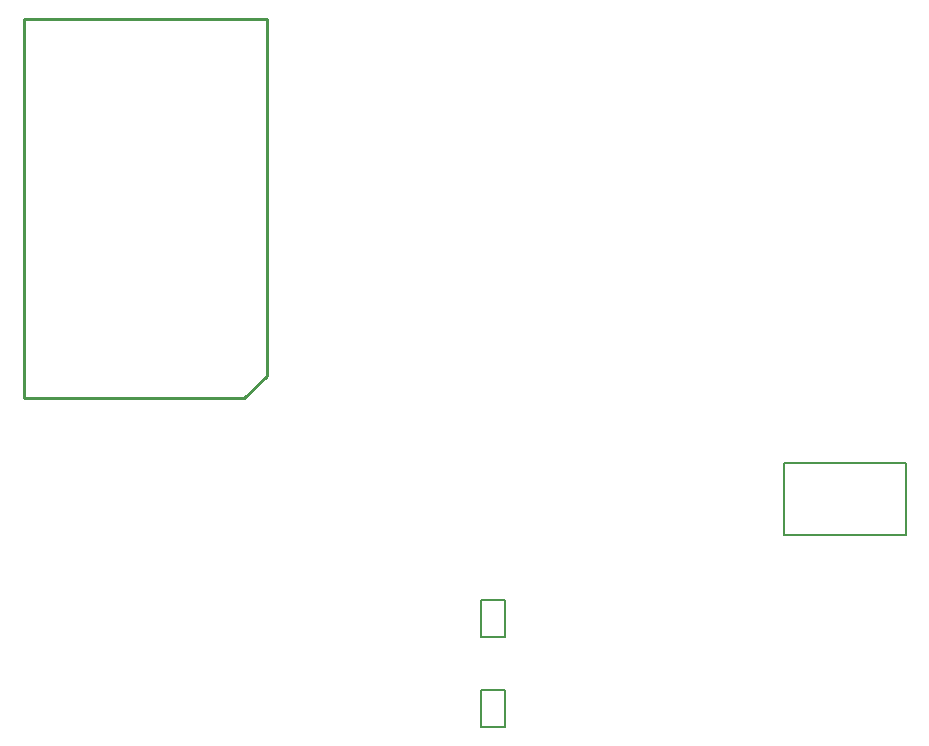
<source format=gbr>
%TF.GenerationSoftware,Altium Limited,Altium Designer,20.0.11 (256)*%
G04 Layer_Color=32896*
%FSLAX26Y26*%
%MOIN*%
%TF.FileFunction,Other,Top_Component_Outline*%
%TF.Part,Single*%
G01*
G75*
%TA.AperFunction,NonConductor*%
%ADD114C,0.010000*%
%ADD116C,0.006000*%
%ADD160C,0.005906*%
D114*
X1005000Y1650000D02*
Y2840000D01*
X930000Y1575000D02*
X1005000Y1650000D01*
X195000Y2840000D02*
X1005000D01*
X195000Y1575000D02*
X930000D01*
X195000D02*
Y2840000D01*
D116*
X3136632Y1120000D02*
Y1360000D01*
X2729632D02*
X3136632D01*
X2729632Y1120000D02*
X3136632D01*
X2729632D02*
Y1360000D01*
D160*
X1719016Y902087D02*
X1797913D01*
Y777913D02*
Y902087D01*
X1719016Y777913D02*
Y902087D01*
Y777913D02*
X1797913D01*
X1719016Y602087D02*
X1797913D01*
Y477913D02*
Y602087D01*
X1719016Y477913D02*
Y602087D01*
Y477913D02*
X1797913D01*
%TF.MD5,e67ee76b7b567729740157dd7eba4609*%
M02*

</source>
